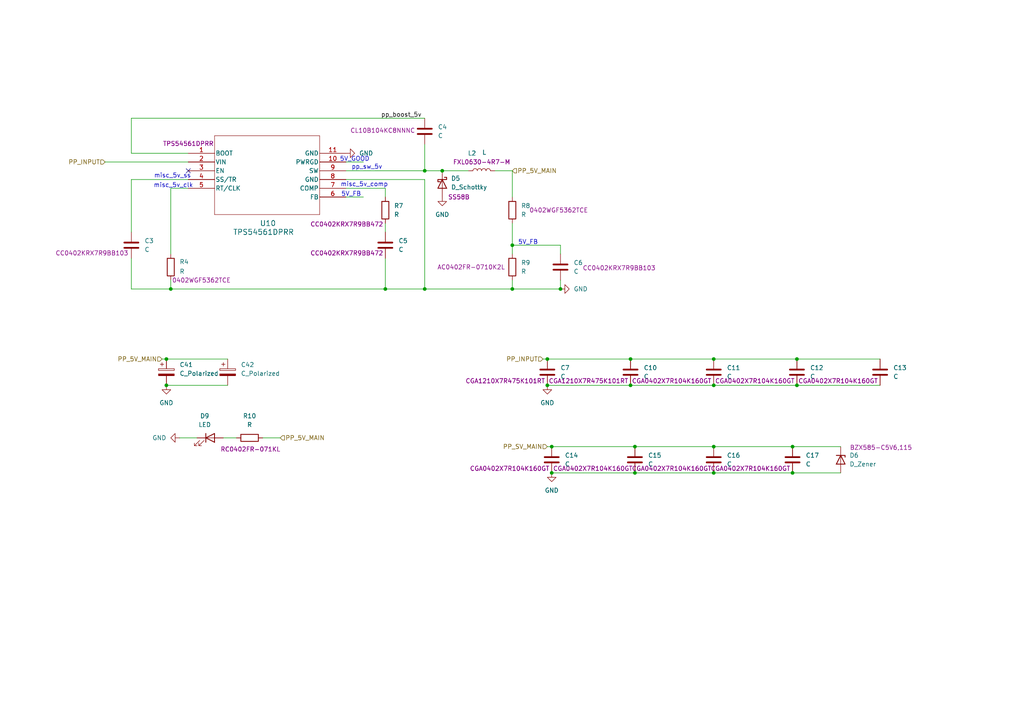
<source format=kicad_sch>
(kicad_sch (version 20250114) (generator "eeschema") (generator_version "9.0")
  (paper "A4")
  (lib_symbols
    (symbol "Device:C" (pin_numbers (hide yes)) (pin_names (offset 0.254))
      (property "Reference" "C" (at 0.635 2.54 0))
      (property "Value" "C" (at 0.635 -2.54 0))
      (symbol "C_0_1"
        (polyline (pts (xy -2.032 0.762) (xy 2.032 0.762)) (stroke (width 0.508)))
        (polyline (pts (xy -2.032 -0.762) (xy 2.032 -0.762)) (stroke (width 0.508)))
      )
      (symbol "C_1_1"
        (pin passive line (at 0 3.81 270) (length 2.794) (name "~") (number "1"))
        (pin passive line (at 0 -3.81 90) (length 2.794) (name "~") (number "2"))
      )
    )
    (symbol "Device:C_Polarized" (pin_numbers (hide yes)) (pin_names (offset 0.254))
      (property "Reference" "C" (at 0.635 2.54 0))
      (property "Value" "C_Polarized" (at 0.635 -2.54 0))
      (symbol "C_Polarized_0_1"
        (rectangle (start -2.286 0.508) (end 2.286 1.016))
        (polyline (pts (xy -1.778 2.286) (xy -0.762 2.286)))
        (polyline (pts (xy -1.27 2.794) (xy -1.27 1.778)))
        (rectangle (start 2.286 -0.508) (end -2.286 -1.016) (fill (type outline)))
      )
      (symbol "C_Polarized_1_1"
        (pin passive line (at 0 3.81 270) (length 2.794) (name "~") (number "1"))
        (pin passive line (at 0 -3.81 90) (length 2.794) (name "~") (number "2"))
      )
    )
    (symbol "Device:D_Schottky" (pin_numbers (hide yes)) (pin_names (offset 1.016) (hide yes))
      (property "Reference" "D" (at 0 2.54 0))
      (property "Value" "D_Schottky" (at 0 -2.54 0))
      (symbol "D_Schottky_0_1"
        (polyline (pts (xy -1.905 0.635) (xy -1.905 1.27) (xy -1.27 1.27) (xy -1.27 -1.27) (xy -0.635 -1.27) (xy -0.635 -0.635)) (stroke (width 0.254)))
        (polyline (pts (xy 1.27 1.27) (xy 1.27 -1.27) (xy -1.27 0) (xy 1.27 1.27)) (stroke (width 0.254)))
        (polyline (pts (xy 1.27 0) (xy -1.27 0)))
      )
      (symbol "D_Schottky_1_1"
        (pin passive line (at -3.81 0 0) (length 2.54) (name "K") (number "1"))
        (pin passive line (at 3.81 0 180) (length 2.54) (name "A") (number "2"))
      )
    )
    (symbol "Device:D_Zener" (pin_numbers (hide yes)) (pin_names (offset 1.016) (hide yes))
      (property "Reference" "D" (at 0 2.54 0))
      (property "Value" "D_Zener" (at 0 -2.54 0))
      (symbol "D_Zener_0_1"
        (polyline (pts (xy -1.27 -1.27) (xy -1.27 1.27) (xy -0.762 1.27)) (stroke (width 0.254)))
        (polyline (pts (xy 1.27 0) (xy -1.27 0)))
        (polyline (pts (xy 1.27 -1.27) (xy 1.27 1.27) (xy -1.27 0) (xy 1.27 -1.27)) (stroke (width 0.254)))
      )
      (symbol "D_Zener_1_1"
        (pin passive line (at -3.81 0 0) (length 2.54) (name "K") (number "1"))
        (pin passive line (at 3.81 0 180) (length 2.54) (name "A") (number "2"))
      )
    )
    (symbol "Device:L" (pin_numbers (hide yes)) (pin_names (offset 1.016) (hide yes))
      (property "Reference" "L" (at -1.27 0 90))
      (property "Value" "L" (at 1.905 0 90))
      (symbol "L_0_1"
        (arc (start 0 2.54) (mid 0.6323 1.905) (end 0 1.27))
        (arc (start 0 1.27) (mid 0.6323 0.635) (end 0 0))
        (arc (start 0 0) (mid 0.6323 -0.635) (end 0 -1.27))
        (arc (start 0 -1.27) (mid 0.6323 -1.905) (end 0 -2.54))
      )
      (symbol "L_1_1"
        (pin passive line (at 0 3.81 270) (length 1.27) (name "1") (number "1"))
        (pin passive line (at 0 -3.81 90) (length 1.27) (name "2") (number "2"))
      )
    )
    (symbol "Device:LED" (pin_numbers (hide yes)) (pin_names (offset 1.016) (hide yes))
      (property "Reference" "D" (at 0 2.54 0))
      (property "Value" "LED" (at 0 -2.54 0))
      (symbol "LED_0_1"
        (polyline (pts (xy -3.048 -0.762) (xy -4.572 -2.286) (xy -3.81 -2.286) (xy -4.572 -2.286) (xy -4.572 -1.524)))
        (polyline (pts (xy -1.778 -0.762) (xy -3.302 -2.286) (xy -2.54 -2.286) (xy -3.302 -2.286) (xy -3.302 -1.524)))
        (polyline (pts (xy -1.27 0) (xy 1.27 0)))
        (polyline (pts (xy -1.27 -1.27) (xy -1.27 1.27)) (stroke (width 0.254)))
        (polyline (pts (xy 1.27 -1.27) (xy 1.27 1.27) (xy -1.27 0) (xy 1.27 -1.27)) (stroke (width 0.254)))
      )
      (symbol "LED_1_1"
        (pin passive line (at -3.81 0 0) (length 2.54) (name "K") (number "1"))
        (pin passive line (at 3.81 0 180) (length 2.54) (name "A") (number "2"))
      )
    )
    (symbol "Device:R" (pin_numbers (hide yes)) (pin_names (offset 0))
      (property "Reference" "R" (at 2.032 0 90))
      (property "Value" "R" (at 0 0 90))
      (symbol "R_0_1"
        (rectangle (start -1.016 -2.54) (end 1.016 2.54) (stroke (width 0.254)))
      )
      (symbol "R_1_1"
        (pin passive line (at 0 3.81 270) (length 1.27) (name "~") (number "1"))
        (pin passive line (at 0 -3.81 90) (length 1.27) (name "~") (number "2"))
      )
    )
    (symbol "GND_1" (power) (pin_numbers (hide yes)) (pin_names (offset 0) (hide yes))
      (property "Value" "GND" (at 0 -3.81 0))
      (symbol "GND_1_0_1"
        (polyline (pts (xy 0 0) (xy 0 -1.27) (xy 1.27 -1.27) (xy 0 -2.54) (xy -1.27 -1.27) (xy 0 -1.27)))
      )
      (symbol "GND_1_1_1"
        (pin power_in line (at 0 0 270) (length 0) (name "~") (number "1"))
      )
    )
    (symbol "GND_2" (power) (pin_numbers (hide yes)) (pin_names (offset 0) (hide yes))
      (property "Value" "GND" (at 0 -3.81 0))
      (symbol "GND_2_0_1"
        (polyline (pts (xy 0 0) (xy 0 -1.27) (xy 1.27 -1.27) (xy 0 -2.54) (xy -1.27 -1.27) (xy 0 -1.27)))
      )
      (symbol "GND_2_1_1"
        (pin power_in line (at 0 0 270) (length 0) (name "~") (number "1"))
      )
    )
    (symbol "GND_3" (power) (pin_numbers (hide yes)) (pin_names (offset 0) (hide yes))
      (property "Value" "GND" (at 0 -3.81 0))
      (symbol "GND_3_0_1"
        (polyline (pts (xy 0 0) (xy 0 -1.27) (xy 1.27 -1.27) (xy 0 -2.54) (xy -1.27 -1.27) (xy 0 -1.27)))
      )
      (symbol "GND_3_1_1"
        (pin power_in line (at 0 0 270) (length 0) (name "~") (number "1"))
      )
    )
    (symbol "LED_1" (pin_numbers (hide yes)) (pin_names (offset 1.016) (hide yes))
      (property "Reference" "D" (at 0 2.54 0))
      (property "Value" "LED" (at 0 -2.54 0))
      (symbol "LED_1_0_1"
        (polyline (pts (xy -3.048 -0.762) (xy -4.572 -2.286) (xy -3.81 -2.286) (xy -4.572 -2.286) (xy -4.572 -1.524)))
        (polyline (pts (xy -1.778 -0.762) (xy -3.302 -2.286) (xy -2.54 -2.286) (xy -3.302 -2.286) (xy -3.302 -1.524)))
        (polyline (pts (xy -1.27 0) (xy 1.27 0)))
        (polyline (pts (xy -1.27 -1.27) (xy -1.27 1.27)) (stroke (width 0.254)))
        (polyline (pts (xy 1.27 -1.27) (xy 1.27 1.27) (xy -1.27 0) (xy 1.27 -1.27)) (stroke (width 0.254)))
      )
      (symbol "LED_1_1_1"
        (pin passive line (at -3.81 0 0) (length 2.54) (name "K") (number "1"))
        (pin passive line (at 3.81 0 180) (length 2.54) (name "A") (number "2"))
      )
    )
    (symbol "R_1" (pin_numbers (hide yes)) (pin_names (offset 0))
      (property "Reference" "R4" (at 2.54 1.524 0))
      (property "Value" "R" (at 2.54 -1.2699 0))
      (symbol "R_1_0_1"
        (rectangle (start -1.016 -2.54) (end 1.016 2.54) (stroke (width 0.254)))
      )
      (symbol "R_1_1_1"
        (pin passive line (at 0 3.81 270) (length 1.27) (name "~") (number "1"))
        (pin passive line (at 0 -3.81 90) (length 1.27) (name "~") (number "2"))
      )
    )
    (symbol "jack_stand_board_symbols:TPS54561DPRR" (pin_names (offset 0.254))
      (property "Reference" "U" (at 22.86 10.16 0))
      (property "Value" "TPS54561DPRR" (at 22.86 7.62 0))
      (symbol "TPS54561DPRR_0_1"
        (polyline (pts (xy 7.62 5.08) (xy 7.62 -17.78)) (stroke (width 0.127)))
        (polyline (pts (xy 7.62 -17.78) (xy 38.1 -17.78)) (stroke (width 0.127)))
        (polyline (pts (xy 38.1 5.08) (xy 7.62 5.08)) (stroke (width 0.127)))
        (polyline (pts (xy 38.1 -17.78) (xy 38.1 5.08)) (stroke (width 0.127)))
        (pin output line (at 0 0 0) (length 7.62) (name "BOOT") (number "1"))
        (pin power_in line (at 0 -2.54 0) (length 7.62) (name "VIN") (number "2"))
        (pin input line (at 0 -5.08 0) (length 7.62) (name "EN") (number "3"))
        (pin input line (at 0 -7.62 0) (length 7.62) (name "SS/TR") (number "4"))
        (pin input line (at 0 -10.16 0) (length 7.62) (name "RT/CLK") (number "5"))
        (pin power_out line (at 45.72 0 180) (length 7.62) (name "GND") (number "11"))
        (pin input line (at 45.72 -2.54 180) (length 7.62) (name "PWRGD") (number "10"))
        (pin input line (at 45.72 -5.08 180) (length 7.62) (name "SW") (number "9"))
        (pin power_out line (at 45.72 -7.62 180) (length 7.62) (name "GND") (number "8"))
        (pin output line (at 45.72 -10.16 180) (length 7.62) (name "COMP") (number "7"))
        (pin input line (at 45.72 -12.7 180) (length 7.62) (name "FB") (number "6"))
      )
    )
    (symbol "power:GND" (power) (pin_names (offset 0))
      (property "Value" "GND" (at 0 -3.81 0))
      (symbol "GND_0_1"
        (polyline (pts (xy 0 0) (xy 0 -1.27) (xy 1.27 -1.27) (xy 0 -2.54) (xy -1.27 -1.27) (xy 0 -1.27)))
      )
      (symbol "GND_1_1"
        (pin power_in line (at 0 0 270) (length 0) (hide yes) (name "GND") (number "1"))
      )
    )
  )
  (text "misc_5v_clk" (at 50.292 53.848 0) (effects (font (size 1.27 1.27))))
  (text "5V_FB" (at 153.162 70.358 0) (effects (font (size 1.27 1.27))))
  (text "pp_sw_5v" (at 106.426 48.514 0) (effects (font (size 1.27 1.27))))
  (text "misc_5v_ss" (at 50.038 51.054 0) (effects (font (size 1.27 1.27))))
  (text "misc_5v_comp" (at 105.664 53.594 0) (effects (font (size 1.27 1.27))))
  (text "5V_GOOD" (at 102.87 46.228 0) (effects (font (size 1.27 1.27))))
  (text "5V_FB" (at 101.854 56.388 0) (effects (font (size 1.27 1.27))))
  (junction (at 245.11 -62.23))
  (junction (at 114.3 -10.16))
  (junction (at 158.75 111.76))
  (junction (at 207.01 111.76))
  (junction (at 198.12 -36.83))
  (junction (at 203.2 -54.61))
  (junction (at 245.11 -54.61))
  (junction (at 148.59 83.82))
  (junction (at 184.15 129.54))
  (junction (at 34.29 -10.16))
  (junction (at 228.6 -62.23))
  (junction (at 128.27 49.53))
  (junction (at 160.02 137.16))
  (junction (at 182.88 104.14))
  (junction (at 123.19 83.82))
  (junction (at 231.14 111.76))
  (junction (at 148.59 71.12))
  (junction (at 48.26 111.76))
  (junction (at 142.24 -24.13))
  (junction (at 119.38 -48.26))
  (junction (at 34.29 -43.18))
  (junction (at 184.15 -19.05))
  (junction (at 203.2 -62.23))
  (junction (at 184.15 -36.83))
  (junction (at 160.02 129.54))
  (junction (at 184.15 137.16))
  (junction (at 95.25 -10.16))
  (junction (at 158.75 104.14))
  (junction (at 49.53 83.82))
  (junction (at 226.06 -44.45))
  (junction (at 207.01 129.54))
  (junction (at 123.19 49.53))
  (junction (at 154.94 -10.16))
  (junction (at 229.87 129.54))
  (junction (at 162.56 83.82))
  (junction (at 229.87 137.16))
  (junction (at 231.14 104.14))
  (junction (at 48.26 104.14))
  (junction (at 212.09 -44.45))
  (junction (at 182.88 111.76))
  (junction (at 212.09 -36.83))
  (junction (at 142.24 -10.16))
  (junction (at 184.15 -54.61))
  (junction (at 228.6 -54.61))
  (junction (at 207.01 137.16))
  (junction (at 226.06 -36.83))
  (junction (at 198.12 -44.45))
  (junction (at 111.76 83.82))
  (junction (at 114.3 -48.26))
  (junction (at 95.25 -43.18))
  (junction (at 207.01 104.14))
  (no_connect (at 54.61 49.53))
  (no_connect (at 36.83 -48.26))
  (wire (pts (xy 158.75 129.54) (xy 160.02 129.54)))
  (wire (pts (xy 114.3 -48.26) (xy 119.38 -48.26)))
  (wire (pts (xy 212.09 -44.45) (xy 226.06 -44.45)))
  (wire (pts (xy 114.3 -53.34) (xy 114.3 -48.26)))
  (wire (pts (xy 160.02 137.16) (xy 184.15 137.16)))
  (wire (pts (xy 100.33 49.53) (xy 123.19 49.53)))
  (wire (pts (xy 111.76 83.82) (xy 123.19 83.82)))
  (wire (pts (xy 198.12 -19.05) (xy 184.15 -19.05)))
  (wire (pts (xy 34.29 -30.48) (xy 34.29 -10.16)))
  (wire (pts (xy 207.01 137.16) (xy 229.87 137.16)))
  (wire (pts (xy 148.59 81.28) (xy 148.59 83.82)))
  (wire (pts (xy 38.1 34.29) (xy 38.1 44.45)))
  (wire (pts (xy 212.09 -36.83) (xy 226.06 -36.83)))
  (wire (pts (xy 25.4 -30.48) (xy 25.4 -10.16)))
  (wire (pts (xy 184.15 -62.23) (xy 203.2 -62.23)))
  (wire (pts (xy 198.12 -44.45) (xy 212.09 -44.45)))
  (wire (pts (xy 123.19 49.53) (xy 128.27 49.53)))
  (wire (pts (xy 25.4 -60.96) (xy 114.3 -60.96)))
  (wire (pts (xy 148.59 71.12) (xy 148.59 73.66)))
  (wire (pts (xy 25.4 -45.72) (xy 25.4 -38.1)))
  (wire (pts (xy 111.76 74.93) (xy 111.76 83.82)))
  (wire (pts (xy 207.01 111.76) (xy 231.14 111.76)))
  (wire (pts (xy 127 -48.26) (xy 142.24 -48.26)))
  (wire (pts (xy 38.1 74.93) (xy 38.1 83.82)))
  (wire (pts (xy 34.29 -43.18) (xy 34.29 -38.1)))
  (wire (pts (xy 95.25 -10.16) (xy 114.3 -10.16)))
  (wire (pts (xy 158.75 104.14) (xy 182.88 104.14)))
  (wire (pts (xy 245.11 -54.61) (xy 261.62 -54.61)))
  (wire (pts (xy 114.3 -45.72) (xy 114.3 -10.16)))
  (wire (pts (xy 142.24 -13.97) (xy 142.24 -10.16)))
  (wire (pts (xy 184.15 -54.61) (xy 203.2 -54.61)))
  (wire (pts (xy 142.24 -27.94) (xy 142.24 -24.13)))
  (wire (pts (xy 226.06 -36.83) (xy 261.62 -36.83)))
  (wire (pts (xy 95.25 -27.94) (xy 95.25 -30.48)))
  (wire (pts (xy 49.53 54.61) (xy 49.53 73.66)))
  (wire (pts (xy 123.19 41.91) (xy 123.19 49.53)))
  (wire (pts (xy 184.15 137.16) (xy 207.01 137.16)))
  (wire (pts (xy 86.36 -50.8) (xy 82.55 -50.8)))
  (wire (pts (xy 82.55 -48.26) (xy 114.3 -48.26)))
  (wire (pts (xy 184.15 -36.83) (xy 198.12 -36.83)))
  (wire (pts (xy 24.13 -50.8) (xy 36.83 -50.8)))
  (wire (pts (xy 148.59 49.53) (xy 148.59 57.15)))
  (wire (pts (xy 142.24 -24.13) (xy 142.24 -21.59)))
  (wire (pts (xy 52.07 127) (xy 57.15 127)))
  (wire (pts (xy 49.53 81.28) (xy 49.53 83.82)))
  (wire (pts (xy 110.49 -43.18) (xy 95.25 -43.18)))
  (wire (pts (xy 229.87 129.54) (xy 243.84 129.54)))
  (wire (pts (xy 198.12 -36.83) (xy 212.09 -36.83)))
  (wire (pts (xy 229.87 137.16) (xy 243.84 137.16)))
  (wire (pts (xy 111.76 54.61) (xy 111.76 57.15)))
  (wire (pts (xy 207.01 104.14) (xy 231.14 104.14)))
  (wire (pts (xy 240.03 -20.32) (xy 247.65 -20.32)))
  (wire (pts (xy 142.24 -48.26) (xy 142.24 -35.56)))
  (wire (pts (xy 228.6 -62.23) (xy 245.11 -62.23)))
  (wire (pts (xy 128.27 49.53) (xy 135.89 49.53)))
  (wire (pts (xy 76.2 127) (xy 81.28 127)))
  (wire (pts (xy 100.33 54.61) (xy 111.76 54.61)))
  (wire (pts (xy 154.94 -10.16) (xy 142.24 -10.16)))
  (wire (pts (xy 49.53 83.82) (xy 111.76 83.82)))
  (wire (pts (xy 82.55 -45.72) (xy 114.3 -45.72)))
  (wire (pts (xy 184.15 -44.45) (xy 198.12 -44.45)))
  (wire (pts (xy 82.55 -43.18) (xy 95.25 -43.18)))
  (wire (pts (xy 30.48 46.99) (xy 54.61 46.99)))
  (wire (pts (xy 100.33 46.99) (xy 105.41 46.99)))
  (wire (pts (xy 154.94 -24.13) (xy 154.94 -21.59)))
  (wire (pts (xy 123.19 83.82) (xy 148.59 83.82)))
  (wire (pts (xy 64.77 127) (xy 68.58 127)))
  (wire (pts (xy 207.01 129.54) (xy 229.87 129.54)))
  (wire (pts (xy 154.94 -10.16) (xy 154.94 -13.97)))
  (wire (pts (xy 38.1 52.07) (xy 38.1 67.31)))
  (wire (pts (xy 34.29 -43.18) (xy 36.83 -43.18)))
  (wire (pts (xy 162.56 73.66) (xy 162.56 71.12)))
  (wire (pts (xy 157.48 104.14) (xy 158.75 104.14)))
  (wire (pts (xy 203.2 -62.23) (xy 228.6 -62.23)))
  (wire (pts (xy 34.29 -10.16) (xy 95.25 -10.16)))
  (wire (pts (xy 46.99 104.14) (xy 48.26 104.14)))
  (wire (pts (xy 231.14 104.14) (xy 255.27 104.14)))
  (wire (pts (xy 54.61 54.61) (xy 49.53 54.61)))
  (wire (pts (xy 100.33 57.15) (xy 105.41 57.15)))
  (wire (pts (xy 160.02 129.54) (xy 184.15 129.54)))
  (wire (pts (xy 154.94 -24.13) (xy 142.24 -24.13)))
  (wire (pts (xy 95.25 -38.1) (xy 95.25 -43.18)))
  (wire (pts (xy 123.19 34.29) (xy 38.1 34.29)))
  (wire (pts (xy 25.4 -53.34) (xy 25.4 -60.96)))
  (wire (pts (xy 148.59 83.82) (xy 162.56 83.82)))
  (wire (pts (xy 111.76 64.77) (xy 111.76 67.31)))
  (wire (pts (xy 25.4 -10.16) (xy 34.29 -10.16)))
  (wire (pts (xy 148.59 71.12) (xy 162.56 71.12)))
  (wire (pts (xy 261.62 -20.32) (xy 255.27 -20.32)))
  (wire (pts (xy 54.61 52.07) (xy 38.1 52.07)))
  (wire (pts (xy 48.26 104.14) (xy 66.04 104.14)))
  (wire (pts (xy 184.15 129.54) (xy 207.01 129.54)))
  (wire (pts (xy 48.26 111.76) (xy 66.04 111.76)))
  (wire (pts (xy 228.6 -54.61) (xy 245.11 -54.61)))
  (wire (pts (xy 38.1 83.82) (xy 49.53 83.82)))
  (wire (pts (xy 26.67 -43.18) (xy 34.29 -43.18)))
  (wire (pts (xy 231.14 111.76) (xy 255.27 111.76)))
  (wire (pts (xy 226.06 -44.45) (xy 261.62 -44.45)))
  (wire (pts (xy 36.83 -53.34) (xy 25.4 -53.34)))
  (wire (pts (xy 162.56 81.28) (xy 162.56 83.82)))
  (wire (pts (xy 36.83 -45.72) (xy 25.4 -45.72)))
  (wire (pts (xy 245.11 -62.23) (xy 261.62 -62.23)))
  (wire (pts (xy 83.82 -40.64) (xy 82.55 -40.64)))
  (wire (pts (xy 142.24 -10.16) (xy 114.3 -10.16)))
  (wire (pts (xy 198.12 -26.67) (xy 184.15 -26.67)))
  (wire (pts (xy 182.88 111.76) (xy 207.01 111.76)))
  (wire (pts (xy 100.33 52.07) (xy 123.19 52.07)))
  (wire (pts (xy 95.25 -20.32) (xy 95.25 -10.16)))
  (wire (pts (xy 123.19 52.07) (xy 123.19 83.82)))
  (wire (pts (xy 158.75 111.76) (xy 182.88 111.76)))
  (wire (pts (xy 203.2 -54.61) (xy 228.6 -54.61)))
  (wire (pts (xy 148.59 64.77) (xy 148.59 71.12)))
  (wire (pts (xy 143.51 49.53) (xy 148.59 49.53)))
  (wire (pts (xy 38.1 44.45) (xy 54.61 44.45)))
  (wire (pts (xy 182.88 104.14) (xy 207.01 104.14)))
  (wire (pts (xy 135.89 -24.13) (xy 142.24 -24.13)))
  (label "pp_boost_5v" (at 110.49 34.29 0))
  (label "misc_5v_comp" (at 110.49 -43.18 180))
  (label "5V_FB" (at 135.89 -24.13 0))
  (label "pp_sw_5v" (at 101.6 -48.26 0))
  (label "5vled" (at 240.03 -20.32 0))
  (label "pp_boost_5v" (at 101.6 -60.96 0))
  (label "5V_FB" (at 83.82 -40.64 180))
  (label "misc_5v_comp_network" (at 95.25 -27.94 180))
  (label "5V_GOOD" (at 86.36 -50.8 180))
  (label "misc_5v_clk" (at 26.67 -43.18 0))
  (label "misc_5v_ss" (at 25.4 -45.72 0))
  (hierarchical_label "PP_INPUT" (shape input) (at 24.13 -50.8 180))
  (hierarchical_label "PP_5V_MAIN" (shape input) (at 184.15 -44.45 180))
  (hierarchical_label "PP_INPUT" (shape input) (at 184.15 -62.23 180))
  (hierarchical_label "PP_INPUT" (shape input) (at 30.48 46.99 180))
  (hierarchical_label "PP_5V_MAIN" (shape input) (at 184.15 -26.67 180))
  (hierarchical_label "PP_5V_MAIN" (shape input) (at 46.99 104.14 180))
  (hierarchical_label "PP_5V_MAIN" (shape input) (at 232.41 -20.32 180))
  (hierarchical_label "PP_5V_MAIN" (shape input) (at 142.24 -48.26 0))
  (hierarchical_label "PP_5V_MAIN" (shape input) (at 148.59 49.53 0))
  (hierarchical_label "PP_INPUT" (shape input) (at 157.48 104.14 180))
  (hierarchical_label "PP_5V_MAIN" (shape input) (at 81.28 127 0))
  (hierarchical_label "PP_SV_MAIN" (shape input) (at 158.75 129.54 180))
  (symbol (lib_id "Device:R") (at 142.24 -31.75 0) (mirror y) (unit 1)
    (property "Reference" "R19" (at 140.335 -33.655 0) (effects (justify left)))
    (property "Value" "R53k6" (at 140.335 -31.115 0) (effects (justify left)))
    (property "Footprint" "Resistor_SMD:R_0402_1005Metric" (effects (hide yes)))
    (property "PN" "0402WGF5362TCE" (at 142.24 -31.75 0))
  )
  (symbol (lib_id "Device:C") (at 245.11 -58.42 0) (unit 1)
    (property "Reference" "C39" (at 248.92 -59.69 0) (effects (justify left)))
    (property "Value" "C100n" (at 248.92 -57.15 0) (effects (justify left)))
    (property "Footprint" "Capacitor_SMD:C_0402_1005Metric" (effects (hide yes)))
    (property "PN" "CGA0402X7R104K160GT" (at 245.11 -58.42 0))
  )
  (symbol (lib_id "power:GND") (at 184.15 -19.05 0) (mirror y) (unit 1)
    (property "Reference" "#PWR043" (effects (hide yes)))
    (property "Value" "GND" (at 184.15 -13.97 0))
  )
  (symbol (lib_id "power:GND") (at 184.15 -36.83 0) (unit 1)
    (property "Reference" "#PWR042" (effects (hide yes)))
    (property "Value" "GND" (at 184.15 -31.75 0))
  )
  (symbol (lib_id "Device:C") (at 229.87 133.35 0) (unit 1)
    (property "Reference" "C17" (at 233.68 132.0799 0) (effects (justify left)))
    (property "Value" "C" (at 233.68 134.6199 0) (effects (justify left)))
    (property "Description" "Unpolarized capacitor" (effects (hide yes)))
    (property "PN" "CGA0402X7R104K160GT" (at 217.678 135.89 0))
  )
  (symbol (lib_id "Device:L") (at 123.19 -48.26 90) (unit 1)
    (property "Reference" "L4" (at 127.762 -52.07 90))
    (property "Value" "L4u7" (at 129.032 -49.53 90))
    (property "Footprint" "Inductor_SMD:L_Sunlord_MWSA0603S" (effects (hide yes)))
    (property "PN" "FXL0630-4R7-M" (at 123.19 -48.26 0))
  )
  (symbol (lib_id "Device:R") (at 236.22 -20.32 270) (unit 1)
    (property "Reference" "R21" (at 236.22 -26.67 90))
    (property "Value" "R1k" (at 236.22 -24.13 90))
    (property "Footprint" "Resistor_SMD:R_0402_1005Metric" (effects (hide yes)))
    (property "PN" "RC0402FR-071KL" (at 236.22 -20.32 0))
  )
  (symbol (lib_id "Device:C") (at 184.15 -58.42 0) (unit 1)
    (property "Reference" "C30" (at 187.96 -59.69 0) (effects (justify left)))
    (property "Value" "C4u7 100v" (at 187.96 -57.15 0) (effects (justify left)))
    (property "Footprint" "Inductor_SMD:L_1210_3225Metric" (effects (hide yes)))
    (property "PN" "CGA1210X7R475K101RT" (at 184.15 -58.42 0))
  )
  (symbol (lib_id "Device:C") (at 154.94 -17.78 0) (mirror y) (unit 1)
    (property "Reference" "C29" (at 149.86 -16.51 0))
    (property "Value" "C10n" (at 149.86 -19.05 0))
    (property "Footprint" "Capacitor_SMD:C_0402_1005Metric" (effects (hide yes)))
    (property "PN" "CC0402KRX7R9BB103" (at 154.94 -17.78 0))
  )
  (symbol (lib_id "Device:C_Polarized") (at 184.15 -22.86 0) (mirror y) (unit 1)
    (property "Reference" "C35" (at 194.31 -24.384 0) (effects (justify left)))
    (property "Value" "C220u" (at 194.31 -21.844 0) (effects (justify left)))
    (property "Footprint" "Capacitor_SMD:CP_Elec_6.3x5.4" (effects (hide yes)))
    (property "PN" "RVT0J221M0605" (at 184.15 -22.86 0))
  )
  (symbol (lib_id "jack_stand_board_symbols:TPS54561DPRR") (at 54.61 44.45 0) (unit 1)
    (property "Reference" "U10" (at 77.724 64.77 0) (effects (font (size 1.524 1.524))))
    (property "Value" "TPS54561DPRR" (at 76.454 67.31 0) (effects (font (size 1.524 1.524))))
    (property "Footprint" "WSON10_DPR_TEX" (effects (hide yes)))
    (property "Datasheet" "https://www.ti.com/lit/ds/symlink/tps54561.pdf" (effects (hide yes)))
    (property "PN" "TPS54561DPRR" (at 54.61 41.656 0))
  )
  (symbol (lib_id "Device:C") (at 226.06 -40.64 0) (unit 1)
    (property "Reference" "C37" (at 229.87 -41.91 0) (effects (justify left)))
    (property "Value" "C100n" (at 229.87 -39.37 0) (effects (justify left)))
    (property "Footprint" "Capacitor_SMD:C_0402_1005Metric" (effects (hide yes)))
    (property "PN" "CGA0402X7R104K160GT" (at 226.06 -40.64 0))
  )
  (symbol (lib_id "Device:D_Schottky") (at 119.38 -44.45 270) (unit 1)
    (property "Reference" "D52" (at 121.92 -46.0375 90) (effects (justify left)))
    (property "Value" "D_Schottky_80V" (at 121.92 -43.4975 90) (effects (justify left)))
    (property "Footprint" "Diode_SMD:D_SMB" (effects (hide yes)))
    (property "PN" "SS58B" (at 119.38 -44.45 0))
  )
  (symbol (lib_id "Device:C") (at 95.25 -24.13 180) (unit 1)
    (property "Reference" "C27" (at 97.79 -25.4 0) (effects (justify right)))
    (property "Value" "C4n7" (at 97.79 -22.86 0) (effects (justify right)))
    (property "Footprint" "Capacitor_SMD:C_0402_1005Metric" (effects (hide yes)))
    (property "PN" "CC0402KRX7R9BB472" (at 95.25 -24.13 0))
  )
  (symbol (lib_id "power:GND") (at 154.94 -10.16 90) (unit 1)
    (property "Reference" "#PWR040" (effects (hide yes)))
    (property "Value" "GND" (at 158.75 -10.16 90) (effects (justify right)))
  )
  (symbol (lib_id "Device:D_Zener") (at 243.84 133.35 270) (unit 1)
    (property "Reference" "D6" (at 246.38 132.0799 90) (effects (justify left)))
    (property "Value" "D_Zener" (at 246.38 134.6199 90) (effects (justify left)))
    (property "Description" "Zener diode" (effects (hide yes)))
    (property "PN" "BZX585-C5V6,115" (at 255.524 129.794 90))
  )
  (symbol (lib_id "Device:C_Polarized") (at 48.26 107.95 0) (unit 1)
    (property "Reference" "C41" (at 52.07 105.7909 0) (effects (justify left)))
    (property "Value" "C_Polarized" (at 52.07 108.3309 0) (effects (justify left)))
    (property "Description" "Polarized capacitor" (effects (hide yes)))
    (property "PN" "RVT0J221M0605" (effects (hide yes)))
  )
  (symbol (lib_id "Device:C") (at 198.12 -40.64 0) (unit 1)
    (property "Reference" "C32" (at 201.93 -41.91 0) (effects (justify left)))
    (property "Value" "C100n" (at 201.93 -39.37 0) (effects (justify left)))
    (property "Footprint" "Capacitor_SMD:C_0402_1005Metric" (effects (hide yes)))
    (property "PN" "CGA0402X7R104K160GT" (at 198.12 -40.64 0))
  )
  (symbol (lib_id "Device:C") (at 160.02 133.35 0) (unit 1)
    (property "Reference" "C14" (at 163.83 132.0799 0) (effects (justify left)))
    (property "Value" "C" (at 163.83 134.6199 0) (effects (justify left)))
    (property "Description" "Unpolarized capacitor" (effects (hide yes)))
    (property "PN" "CGA0402X7R104K160GT" (at 147.828 135.89 0))
  )
  (symbol (lib_id "Device:C") (at 111.76 71.12 0) (unit 1)
    (property "Reference" "C5" (at 115.57 69.8499 0) (effects (justify left)))
    (property "Value" "C" (at 115.57 72.3899 0) (effects (justify left)))
    (property "Description" "Unpolarized capacitor" (effects (hide yes)))
    (property "PN" "CC0402KRX7R9BB472" (at 100.584 73.406 0))
  )
  (symbol (lib_name "LED_1") (lib_id "Device:LED") (at 60.96 127 0) (unit 1)
    (property "Reference" "D9" (at 59.3725 120.65 0))
    (property "Value" "LED" (at 59.3725 123.19 0))
    (property "Description" "Light emitting diode" (effects (hide yes)))
    (property "Sim.Pins" "1=K 2=A" (effects (hide yes)))
  )
  (symbol (lib_id "Device:C") (at 231.14 107.95 0) (unit 1)
    (property "Reference" "C12" (at 234.95 106.6799 0) (effects (justify left)))
    (property "Value" "C" (at 234.95 109.2199 0) (effects (justify left)))
    (property "Description" "Unpolarized capacitor" (effects (hide yes)))
    (property "PN" "CGA0402X7R104K160GT" (at 218.948 110.49 0))
  )
  (symbol (lib_name "GND_3") (lib_id "power:GND") (at 52.07 127 270) (unit 1)
    (property "Reference" "#PWR011" (effects (hide yes)))
    (property "Value" "GND" (at 48.26 126.9999 90) (effects (justify right)))
    (property "Description" "Power symbol creates a global label with name \"GND\" , ground" (effects (hide yes)))
  )
  (symbol (lib_id "jack_stand_board_symbols:TPS54561DPRR") (at 36.83 -53.34 0) (unit 1)
    (property "Reference" "U9" (at 59.944 -33.02 0) (effects (font (size 1.524 1.524))))
    (property "Value" "TPS54561DPRR" (at 58.674 -30.48 0) (effects (font (size 1.524 1.524))))
    (property "Footprint" "WSON10_DPR_TEX" (effects (hide yes)))
    (property "Datasheet" "https://www.ti.com/lit/ds/symlink/tps54561.pdf" (effects (hide yes)))
    (property "PN" "TPS54561DPRR" (at 36.83 -53.34 0))
  )
  (symbol (lib_id "Device:R") (at 148.59 77.47 0) (unit 1)
    (property "Reference" "R9" (at 151.13 76.1999 0) (effects (justify left)))
    (property "Value" "R" (at 151.13 78.7399 0) (effects (justify left)))
    (property "Description" "Resistor" (effects (hide yes)))
    (property "PN" "AC0402FR-0710K2L" (at 136.652 77.47 0))
  )
  (symbol (lib_id "Device:C") (at 255.27 107.95 0) (unit 1)
    (property "Reference" "C13" (at 259.08 106.6799 0) (effects (justify left)))
    (property "Value" "C" (at 259.08 109.2199 0) (effects (justify left)))
    (property "Description" "Unpolarized capacitor" (effects (hide yes)))
    (property "PN" "CGA0402X7R104K160GT" (at 243.078 110.49 0))
  )
  (symbol (lib_id "Device:C") (at 182.88 107.95 0) (unit 1)
    (property "Reference" "C10" (at 186.69 106.6799 0) (effects (justify left)))
    (property "Value" "C" (at 186.69 109.2199 0) (effects (justify left)))
    (property "Description" "Unpolarized capacitor" (effects (hide yes)))
    (property "PN" "CGA1210X7R475K101RT" (at 170.688 110.49 0))
  )
  (symbol (lib_name "GND_1") (lib_id "power:GND") (at 48.26 111.76 0) (unit 1)
    (property "Reference" "#PWR010" (effects (hide yes)))
    (property "Value" "GND" (at 48.26 116.84 0))
    (property "Description" "Power symbol creates a global label with name \"GND\" , ground" (effects (hide yes)))
  )
  (symbol (lib_id "Device:C") (at 228.6 -58.42 0) (unit 1)
    (property "Reference" "C38" (at 232.41 -59.69 0) (effects (justify left)))
    (property "Value" "C100n" (at 232.41 -57.15 0) (effects (justify left)))
    (property "Footprint" "Capacitor_SMD:C_0402_1005Metric" (effects (hide yes)))
    (property "PN" "CGA0402X7R104K160GT" (at 228.6 -58.42 0))
  )
  (symbol (lib_id "Device:L") (at 139.7 49.53 90) (unit 1)
    (property "Reference" "L2" (at 136.906 44.45 90))
    (property "Value" "L" (at 140.462 44.196 90))
    (property "Description" "Inductor" (effects (hide yes)))
    (property "PN" "FXL0630-4R7-M" (at 139.7 46.99 90))
  )
  (symbol (lib_id "Device:C") (at 261.62 -58.42 0) (unit 1)
    (property "Reference" "C40" (at 265.43 -59.69 0) (effects (justify left)))
    (property "Value" "C100n" (at 265.43 -57.15 0) (effects (justify left)))
    (property "Footprint" "Capacitor_SMD:C_0402_1005Metric" (effects (hide yes)))
    (property "PN" "CGA0402X7R104K160GT" (at 261.62 -58.42 0))
  )
  (symbol (lib_name "GND_1") (lib_id "power:GND") (at 162.56 83.82 90) (unit 1)
    (property "Reference" "#PWR07" (effects (hide yes)))
    (property "Value" "GND" (at 166.37 83.8199 90) (effects (justify right)))
    (property "Description" "Power symbol creates a global label with name \"GND\" , ground" (effects (hide yes)))
  )
  (symbol (lib_id "Device:C") (at 114.3 -57.15 0) (unit 1)
    (property "Reference" "C28" (at 118.11 -58.42 0) (effects (justify left)))
    (property "Value" "C100n0603" (at 118.11 -55.88 0) (effects (justify left)))
    (property "Footprint" "Capacitor_SMD:C_0603_1608Metric" (effects (hide yes)))
    (property "PN" "CL10B104KC8NNNC" (at 114.3 -57.15 0))
  )
  (symbol (lib_id "Device:C") (at 158.75 107.95 0) (unit 1)
    (property "Reference" "C7" (at 162.56 106.6799 0) (effects (justify left)))
    (property "Value" "C" (at 162.56 109.2199 0) (effects (justify left)))
    (property "Description" "Unpolarized capacitor" (effects (hide yes)))
    (property "PN" "CGA1210X7R475K101RT" (at 146.558 110.49 0))
  )
  (symbol (lib_name "R_1") (lib_id "Device:R") (at 49.53 77.47 0) (unit 1)
    (property "Reference" "R4" (at 52.07 75.946 0) (effects (justify left)))
    (property "Value" "R" (at 52.07 78.7399 0) (effects (justify left)))
    (property "Description" "Resistor" (effects (hide yes)))
    (property "PN" "0402WGF5362TCE" (at 58.42 81.28 0))
  )
  (symbol (lib_id "Device:C") (at 207.01 133.35 0) (unit 1)
    (property "Reference" "C16" (at 210.82 132.0799 0) (effects (justify left)))
    (property "Value" "C" (at 210.82 134.6199 0) (effects (justify left)))
    (property "Description" "Unpolarized capacitor" (effects (hide yes)))
    (property "PN" "CGA0402X7R104K160GT" (at 194.818 135.89 0))
  )
  (symbol (lib_id "Device:R") (at 142.24 -17.78 0) (mirror y) (unit 1)
    (property "Reference" "R20" (at 139.7 -19.05 0) (effects (justify left)))
    (property "Value" "R10k2" (at 139.7 -16.51 0) (effects (justify left)))
    (property "Footprint" "Resistor_SMD:R_0402_1005Metric" (effects (hide yes)))
    (property "PN" "AC0402FR-0710K2L" (at 142.24 -17.78 0))
  )
  (symbol (lib_id "Device:C") (at 25.4 -34.29 180) (unit 1)
    (property "Reference" "C26" (at 16.51 -36.83 0) (effects (justify right)))
    (property "Value" "C10n" (at 16.51 -34.29 0) (effects (justify right)))
    (property "Footprint" "Capacitor_SMD:C_0402_1005Metric" (effects (hide yes)))
    (property "PN" "CC0402KRX7R9BB103" (at 25.4 -34.29 0))
  )
  (symbol (lib_name "GND_1") (lib_id "power:GND") (at 158.75 111.76 0) (unit 1)
    (property "Reference" "#PWR08" (effects (hide yes)))
    (property "Value" "GND" (at 158.75 116.84 0))
    (property "Description" "Power symbol creates a global label with name \"GND\" , ground" (effects (hide yes)))
  )
  (symbol (lib_id "Device:C") (at 212.09 -40.64 0) (unit 1)
    (property "Reference" "C36" (at 215.9 -41.91 0) (effects (justify left)))
    (property "Value" "C100n" (at 215.9 -39.37 0) (effects (justify left)))
    (property "Footprint" "Capacitor_SMD:C_0402_1005Metric" (effects (hide yes)))
    (property "PN" "CGA0402X7R104K160GT" (at 212.09 -40.64 0))
  )
  (symbol (lib_id "Device:R") (at 72.39 127 90) (unit 1)
    (property "Reference" "R10" (at 72.39 120.65 90))
    (property "Value" "R" (at 72.39 123.19 90))
    (property "Description" "Resistor" (effects (hide yes)))
    (property "PN" "RC0402FR-071KL" (at 72.644 130.302 90))
  )
  (symbol (lib_id "Device:R") (at 34.29 -34.29 0) (unit 1)
    (property "Reference" "R17" (at 36.83 -35.56 0) (effects (justify left)))
    (property "Value" "R162k" (at 36.83 -33.02 0) (effects (justify left)))
    (property "Footprint" "Resistor_SMD:R_0402_1005Metric" (effects (hide yes)))
    (property "PN" "0402WGF5362TCE" (at 34.29 -34.29 0))
  )
  (symbol (lib_id "power:GND") (at 82.55 -53.34 90) (unit 1)
    (property "Reference" "#PWR037" (effects (hide yes)))
    (property "Value" "GND" (at 86.36 -53.34 90) (effects (justify right)))
  )
  (symbol (lib_id "Device:C") (at 123.19 38.1 0) (unit 1)
    (property "Reference" "C4" (at 127 36.8299 0) (effects (justify left)))
    (property "Value" "C" (at 127 39.3699 0) (effects (justify left)))
    (property "Description" "Unpolarized capacitor" (effects (hide yes)))
    (property "PN" "CL10B104KC8NNNC" (at 110.998 37.846 0))
  )
  (symbol (lib_name "GND_1") (lib_id "power:GND") (at 100.33 44.45 90) (unit 1)
    (property "Reference" "#PWR05" (effects (hide yes)))
    (property "Value" "GND" (at 104.14 44.4499 90) (effects (justify right)))
    (property "Description" "Power symbol creates a global label with name \"GND\" , ground" (effects (hide yes)))
  )
  (symbol (lib_name "GND_1") (lib_id "power:GND") (at 128.27 57.15 0) (unit 1)
    (property "Reference" "#PWR06" (effects (hide yes)))
    (property "Value" "GND" (at 128.27 62.23 0))
    (property "Description" "Power symbol creates a global label with name \"GND\" , ground" (effects (hide yes)))
  )
  (symbol (lib_id "Device:C") (at 203.2 -58.42 0) (unit 1)
    (property "Reference" "C34" (at 207.01 -59.69 0) (effects (justify left)))
    (property "Value" "C4u7 100v" (at 207.01 -57.15 0) (effects (justify left)))
    (property "Footprint" "Inductor_SMD:L_1210_3225Metric" (effects (hide yes)))
    (property "PN" "CGA1210X7R475K101RT" (at 203.2 -58.42 0))
  )
  (symbol (lib_id "Device:C") (at 184.15 133.35 0) (unit 1)
    (property "Reference" "C15" (at 187.96 132.0799 0) (effects (justify left)))
    (property "Value" "C" (at 187.96 134.6199 0) (effects (justify left)))
    (property "Description" "Unpolarized capacitor" (effects (hide yes)))
    (property "PN" "CGA0402X7R104K160GT" (at 171.958 135.89 0))
  )
  (symbol (lib_id "Device:C") (at 38.1 71.12 0) (unit 1)
    (property "Reference" "C3" (at 41.91 69.8499 0) (effects (justify left)))
    (property "Value" "C" (at 41.91 72.3899 0) (effects (justify left)))
    (property "Description" "Unpolarized capacitor" (effects (hide yes)))
    (property "PN" "CC0402KRX7R9BB103" (at 26.67 73.406 0))
  )
  (symbol (lib_id "power:GND") (at 261.62 -20.32 90) (unit 1)
    (property "Reference" "#PWR044" (effects (hide yes)))
    (property "Value" "GND" (at 265.43 -20.32 90) (effects (justify right)))
  )
  (symbol (lib_id "Device:C_Polarized") (at 198.12 -22.86 0) (mirror y) (unit 1)
    (property "Reference" "C33" (at 208.534 -24.384 0) (effects (justify left)))
    (property "Value" "C220u" (at 208.534 -21.844 0) (effects (justify left)))
    (property "Footprint" "Capacitor_SMD:CP_Elec_6.3x5.4" (effects (hide yes)))
    (property "PN" "RVT0J221M0605" (at 198.12 -22.86 0))
  )
  (symbol (lib_id "power:GND") (at 119.38 -40.64 0) (unit 1)
    (property "Reference" "#PWR039" (effects (hide yes)))
    (property "Value" "GND" (at 119.38 -35.56 0))
  )
  (symbol (lib_id "Device:D_Zener") (at 261.62 -40.64 270) (unit 1)
    (property "Reference" "D54" (at 264.16 -41.91 90) (effects (justify left)))
    (property "Value" "5.6V" (at 264.16 -39.37 90) (effects (justify left)))
    (property "Footprint" "Diode_SMD:D_SOD-523" (effects (hide yes)))
    (property "PN" "BZX585-C5V6,115" (at 261.62 -40.64 0))
  )
  (symbol (lib_id "Device:C") (at 162.56 77.47 0) (unit 1)
    (property "Reference" "C6" (at 166.37 76.1999 0) (effects (justify left)))
    (property "Value" "C" (at 166.37 78.7399 0) (effects (justify left)))
    (property "Description" "Unpolarized capacitor" (effects (hide yes)))
    (property "PN" "CC0402KRX7R9BB103" (at 179.578 77.724 0))
  )
  (symbol (lib_name "GND_2") (lib_id "power:GND") (at 160.02 137.16 0) (unit 1)
    (property "Reference" "#PWR09" (effects (hide yes)))
    (property "Value" "GND" (at 160.02 142.24 0))
    (property "Description" "Power symbol creates a global label with name \"GND\" , ground" (effects (hide yes)))
  )
  (symbol (lib_id "Device:D_Schottky") (at 128.27 53.34 270) (unit 1)
    (property "Reference" "D5" (at 130.81 51.7524 90) (effects (justify left)))
    (property "Value" "D_Schottky" (at 130.81 54.2924 90) (effects (justify left)))
    (property "Description" "Schottky diode" (effects (hide yes)))
    (property "PN" "SS58B" (at 133.096 57.15 90))
  )
  (symbol (lib_id "Device:C_Polarized") (at 66.04 107.95 0) (unit 1)
    (property "Reference" "C42" (at 69.85 105.7909 0) (effects (justify left)))
    (property "Value" "C_Polarized" (at 69.85 108.3309 0) (effects (justify left)))
    (property "Description" "Polarized capacitor" (effects (hide yes)))
    (property "PN" "RVT0J221M0605" (effects (hide yes)))
  )
  (symbol (lib_id "Device:R") (at 111.76 60.96 0) (unit 1)
    (property "Reference" "R7" (at 114.3 59.6899 0) (effects (justify left)))
    (property "Value" "R" (at 114.3 62.2299 0) (effects (justify left)))
    (property "Description" "Resistor" (effects (hide yes)))
    (property "PN" "CC0402KRX7R9BB472" (at 100.584 65.024 0))
  )
  (symbol (lib_id "Device:R") (at 148.59 60.96 0) (unit 1)
    (property "Reference" "R8" (at 151.13 59.6899 0) (effects (justify left)))
    (property "Value" "R" (at 151.13 62.2299 0) (effects (justify left)))
    (property "Description" "Resistor" (effects (hide yes)))
    (property "PN" "0402WGF5362TCE" (at 162.052 60.96 0))
  )
  (symbol (lib_id "power:GND") (at 184.15 -54.61 0) (unit 1)
    (property "Reference" "#PWR041" (effects (hide yes)))
    (property "Value" "GND" (at 184.15 -49.53 0))
  )
  (symbol (lib_id "Device:LED") (at 251.46 -20.32 0) (mirror y) (unit 1)
    (property "Reference" "D53" (at 251.46 -15.24 0))
    (property "Value" "LED" (at 251.46 -17.78 0))
    (property "Footprint" "LED_SMD:LED_0603_1608Metric" (effects (hide yes)))
  )
  (symbol (lib_id "Device:C") (at 184.15 -40.64 0) (unit 1)
    (property "Reference" "C31" (at 187.96 -41.91 0) (effects (justify left)))
    (property "Value" "C100n" (at 187.96 -39.37 0) (effects (justify left)))
    (property "Footprint" "Capacitor_SMD:C_0402_1005Metric" (effects (hide yes)))
    (property "PN" "CGA0402X7R104K160GT" (at 184.15 -40.64 0))
  )
  (symbol (lib_id "Device:R") (at 95.25 -34.29 0) (unit 1)
    (property "Reference" "R18" (at 97.79 -35.56 0) (effects (justify left)))
    (property "Value" "R9k31" (at 97.79 -33.02 0) (effects (justify left)))
    (property "Footprint" "Resistor_SMD:R_0402_1005Metric" (effects (hide yes)))
    (property "PN" "AC0402FR-079K31L" (at 95.25 -34.29 0))
  )
  (symbol (lib_id "Device:C") (at 207.01 107.95 0) (unit 1)
    (property "Reference" "C11" (at 210.82 106.6799 0) (effects (justify left)))
    (property "Value" "C" (at 210.82 109.2199 0) (effects (justify left)))
    (property "Description" "Unpolarized capacitor" (effects (hide yes)))
    (property "PN" "CGA0402X7R104K160GT" (at 194.818 110.49 0))
  )
)
</source>
